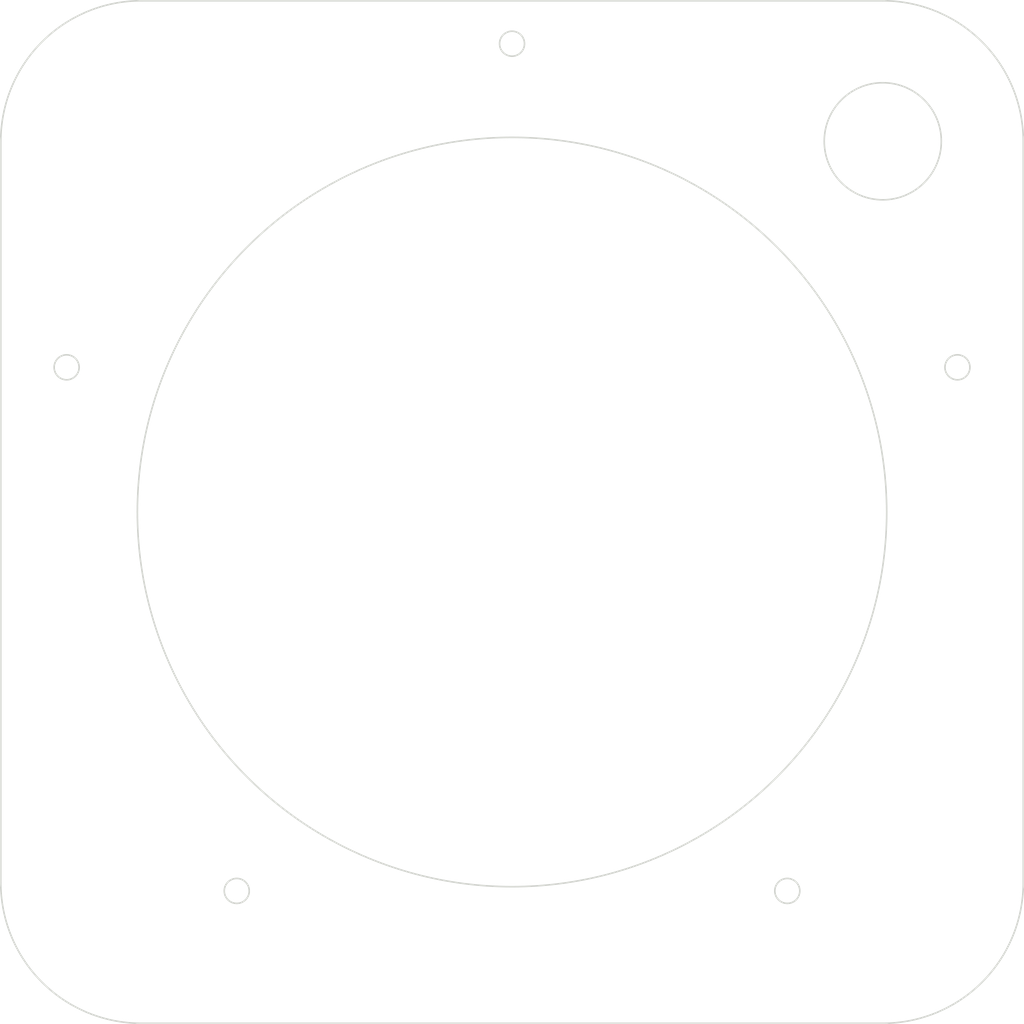
<source format=kicad_pcb>
(kicad_pcb (version 20171130) (host pcbnew "(5.1.9)-1")

  (general
    (thickness 1.6)
    (drawings 15)
    (tracks 0)
    (zones 0)
    (modules 0)
    (nets 1)
  )

  (page A4)
  (layers
    (0 F.Cu signal)
    (31 B.Cu signal)
    (32 B.Adhes user)
    (33 F.Adhes user)
    (34 B.Paste user)
    (35 F.Paste user)
    (36 B.SilkS user)
    (37 F.SilkS user)
    (38 B.Mask user)
    (39 F.Mask user)
    (40 Dwgs.User user)
    (41 Cmts.User user)
    (42 Eco1.User user)
    (43 Eco2.User user)
    (44 Edge.Cuts user)
    (45 Margin user)
    (46 B.CrtYd user)
    (47 F.CrtYd user)
    (48 B.Fab user)
    (49 F.Fab user)
  )

  (setup
    (last_trace_width 0.25)
    (trace_clearance 0.2)
    (zone_clearance 0.508)
    (zone_45_only no)
    (trace_min 0.2)
    (via_size 0.8)
    (via_drill 0.4)
    (via_min_size 0.4)
    (via_min_drill 0.3)
    (uvia_size 0.3)
    (uvia_drill 0.1)
    (uvias_allowed no)
    (uvia_min_size 0.2)
    (uvia_min_drill 0.1)
    (edge_width 0.05)
    (segment_width 0.2)
    (pcb_text_width 0.3)
    (pcb_text_size 1.5 1.5)
    (mod_edge_width 0.12)
    (mod_text_size 1 1)
    (mod_text_width 0.15)
    (pad_size 1.524 1.524)
    (pad_drill 0.762)
    (pad_to_mask_clearance 0)
    (aux_axis_origin 0 0)
    (visible_elements FFFFFF7F)
    (pcbplotparams
      (layerselection 0x010fc_ffffffff)
      (usegerberextensions false)
      (usegerberattributes true)
      (usegerberadvancedattributes true)
      (creategerberjobfile true)
      (excludeedgelayer true)
      (linewidth 0.100000)
      (plotframeref false)
      (viasonmask false)
      (mode 1)
      (useauxorigin false)
      (hpglpennumber 1)
      (hpglpenspeed 20)
      (hpglpendiameter 15.000000)
      (psnegative false)
      (psa4output false)
      (plotreference true)
      (plotvalue true)
      (plotinvisibletext false)
      (padsonsilk false)
      (subtractmaskfromsilk false)
      (outputformat 1)
      (mirror false)
      (drillshape 1)
      (scaleselection 1)
      (outputdirectory ""))
  )

  (net 0 "")

  (net_class Default "This is the default net class."
    (clearance 0.2)
    (trace_width 0.25)
    (via_dia 0.8)
    (via_drill 0.4)
    (uvia_dia 0.3)
    (uvia_drill 0.1)
  )

  (gr_arc (start 137.5 135.9) (end 137.5 153.899999) (angle -90) (layer Edge.Cuts) (width 0.2))
  (gr_arc (start 137.5 40.9) (end 155.5 40.9) (angle -90) (layer Edge.Cuts) (width 0.2))
  (gr_line (start 155.5 135.9) (end 155.5 40.9) (layer Edge.Cuts) (width 0.2))
  (gr_line (start 24.5 40.9) (end 24.5 135.9) (layer Edge.Cuts) (width 0.2))
  (gr_line (start 42.5 153.9) (end 137.5 153.9) (layer Edge.Cuts) (width 0.2))
  (gr_arc (start 42.5 135.9) (end 24.500001 135.9) (angle -90) (layer Edge.Cuts) (width 0.2))
  (gr_arc (start 42.5 40.9) (end 42.5 22.9) (angle -90) (layer Edge.Cuts) (width 0.2))
  (gr_circle (center 147.06339 69.858981) (end 148.66339 69.858981) (layer Edge.Cuts) (width 0.2))
  (gr_line (start 137.5 22.9) (end 42.5 22.9) (layer Edge.Cuts) (width 0.2))
  (gr_circle (center 137.5 40.9) (end 145 40.9) (layer Edge.Cuts) (width 0.2))
  (gr_circle (center 32.93661 69.858981) (end 34.53661 69.858981) (layer Edge.Cuts) (width 0.2))
  (gr_circle (center 54.732885 136.941019) (end 56.332885 136.941019) (layer Edge.Cuts) (width 0.2))
  (gr_circle (center 90 28.4) (end 91.599999 28.4) (layer Edge.Cuts) (width 0.2))
  (gr_circle (center 125.267115 136.941019) (end 126.867115 136.941019) (layer Edge.Cuts) (width 0.2))
  (gr_circle (center 90 88.4) (end 138 88.4) (layer Edge.Cuts) (width 0.2))

)

</source>
